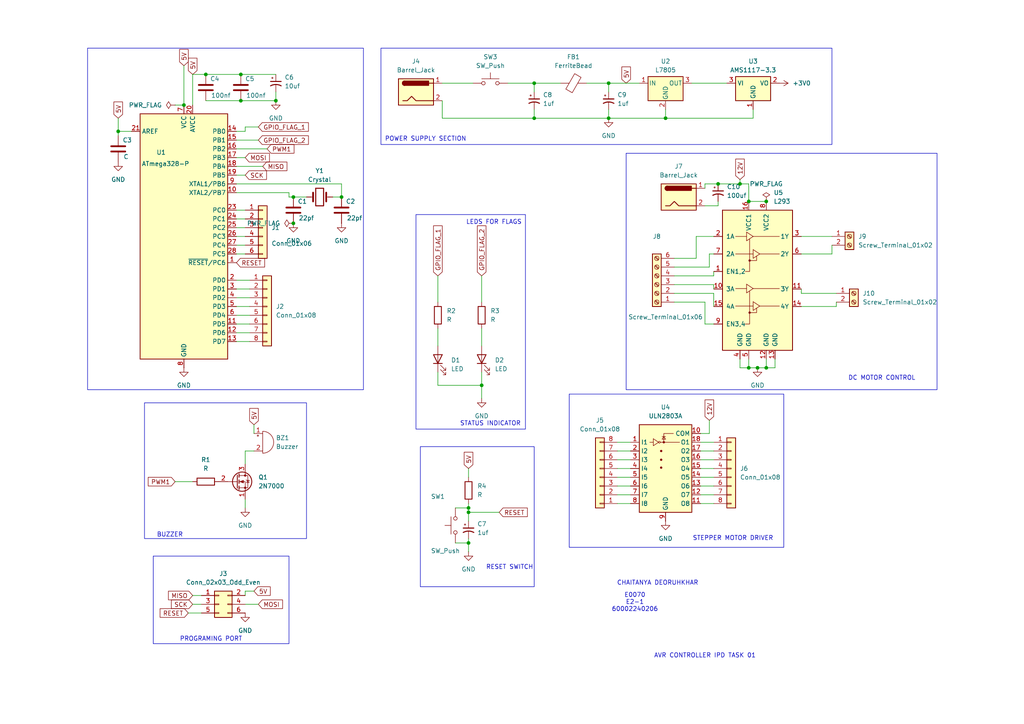
<source format=kicad_sch>
(kicad_sch (version 20250114) (generator "eeschema") (generator_version "9.0")
  (paper "A4")
  (lib_symbols
    (symbol "Connector:Barrel_Jack" (pin_names (offset 1.016))
      (property "Reference" "J" (at 0 5.334 0))
      (property "Value" "Barrel_Jack" (at 0 -5.08 0))
      (symbol "Barrel_Jack_1_1"
        (pin passive line (at 7.62 2.54 180) (length 2.54) (name "~") (number "1"))
        (pin passive line (at 7.62 -2.54 180) (length 2.54) (name "~") (number "2"))
      )
    )
    (symbol "Connector:Screw_Terminal_01x02" (pin_names (offset 1.016) (hide yes))
      (property "Reference" "J" (at 0 2.54 0))
      (property "Value" "Screw_Terminal_01x02" (at 0 -5.08 0))
      (symbol "Screw_Terminal_01x02_1_1"
        (pin passive line (at -5.08 0 0) (length 3.81) (name "Pin_1") (number "1"))
        (pin passive line (at -5.08 -2.54 0) (length 3.81) (name "Pin_2") (number "2"))
      )
    )
    (symbol "Connector:Screw_Terminal_01x06" (pin_names (offset 1.016) (hide yes))
      (property "Reference" "J" (at 0 7.62 0))
      (property "Value" "Screw_Terminal_01x06" (at 0 -10.16 0))
      (symbol "Screw_Terminal_01x06_1_1"
        (pin passive line (at -5.08 5.08 0) (length 3.81) (name "Pin_1") (number "1"))
        (pin passive line (at -5.08 2.54 0) (length 3.81) (name "Pin_2") (number "2"))
        (pin passive line (at -5.08 0 0) (length 3.81) (name "Pin_3") (number "3"))
        (pin passive line (at -5.08 -2.54 0) (length 3.81) (name "Pin_4") (number "4"))
        (pin passive line (at -5.08 -5.08 0) (length 3.81) (name "Pin_5") (number "5"))
        (pin passive line (at -5.08 -7.62 0) (length 3.81) (name "Pin_6") (number "6"))
      )
    )
    (symbol "Connector_Generic:Conn_01x06" (pin_names (offset 1.016) (hide yes))
      (property "Reference" "J" (at 0 7.62 0))
      (property "Value" "Conn_01x06" (at 0 -10.16 0))
      (symbol "Conn_01x06_1_1"
        (pin passive line (at -5.08 5.08 0) (length 3.81) (name "Pin_1") (number "1"))
        (pin passive line (at -5.08 2.54 0) (length 3.81) (name "Pin_2") (number "2"))
        (pin passive line (at -5.08 0 0) (length 3.81) (name "Pin_3") (number "3"))
        (pin passive line (at -5.08 -2.54 0) (length 3.81) (name "Pin_4") (number "4"))
        (pin passive line (at -5.08 -5.08 0) (length 3.81) (name "Pin_5") (number "5"))
        (pin passive line (at -5.08 -7.62 0) (length 3.81) (name "Pin_6") (number "6"))
      )
    )
    (symbol "Connector_Generic:Conn_01x08" (pin_names (offset 1.016) (hide yes))
      (property "Reference" "J" (at 0 10.16 0))
      (property "Value" "Conn_01x08" (at 0 -12.7 0))
      (symbol "Conn_01x08_1_1"
        (pin passive line (at -5.08 7.62 0) (length 3.81) (name "Pin_1") (number "1"))
        (pin passive line (at -5.08 5.08 0) (length 3.81) (name "Pin_2") (number "2"))
        (pin passive line (at -5.08 2.54 0) (length 3.81) (name "Pin_3") (number "3"))
        (pin passive line (at -5.08 0 0) (length 3.81) (name "Pin_4") (number "4"))
        (pin passive line (at -5.08 -2.54 0) (length 3.81) (name "Pin_5") (number "5"))
        (pin passive line (at -5.08 -5.08 0) (length 3.81) (name "Pin_6") (number "6"))
        (pin passive line (at -5.08 -7.62 0) (length 3.81) (name "Pin_7") (number "7"))
        (pin passive line (at -5.08 -10.16 0) (length 3.81) (name "Pin_8") (number "8"))
      )
    )
    (symbol "Connector_Generic:Conn_02x03_Odd_Even" (pin_names (offset 1.016) (hide yes))
      (property "Reference" "J" (at 1.27 5.08 0))
      (property "Value" "Conn_02x03_Odd_Even" (at 1.27 -5.08 0))
      (symbol "Conn_02x03_Odd_Even_1_1"
        (pin passive line (at -5.08 2.54 0) (length 3.81) (name "Pin_1") (number "1"))
        (pin passive line (at -5.08 0 0) (length 3.81) (name "Pin_3") (number "3"))
        (pin passive line (at -5.08 -2.54 0) (length 3.81) (name "Pin_5") (number "5"))
        (pin passive line (at 7.62 2.54 180) (length 3.81) (name "Pin_2") (number "2"))
        (pin passive line (at 7.62 0 180) (length 3.81) (name "Pin_4") (number "4"))
        (pin passive line (at 7.62 -2.54 180) (length 3.81) (name "Pin_6") (number "6"))
      )
    )
    (symbol "Device:Buzzer" (pin_names (offset 0.0254) (hide yes))
      (property "Reference" "BZ" (at 3.81 1.27 0))
      (property "Value" "Buzzer" (at 3.81 -1.27 0))
      (symbol "Buzzer_1_1"
        (pin passive line (at -2.54 2.54 0) (length 2.54) (name "+") (number "1"))
        (pin passive line (at -2.54 -2.54 0) (length 2.54) (name "-") (number "2"))
      )
    )
    (symbol "Device:C" (pin_numbers (hide yes)) (pin_names (offset 0.254))
      (property "Reference" "C" (at 0.635 2.54 0))
      (property "Value" "C" (at 0.635 -2.54 0))
      (symbol "C_1_1"
        (pin passive line (at 0 3.81 270) (length 2.794) (name "~") (number "1"))
        (pin passive line (at 0 -3.81 90) (length 2.794) (name "~") (number "2"))
      )
    )
    (symbol "Device:C_Polarized_Small_US" (pin_numbers (hide yes)) (pin_names (offset 0.254) (hide yes))
      (property "Reference" "C" (at 0.254 1.778 0))
      (property "Value" "C_Polarized_Small_US" (at 0.254 -2.032 0))
      (symbol "C_Polarized_Small_US_1_1"
        (pin passive line (at 0 2.54 270) (length 2.032) (name "~") (number "1"))
        (pin passive line (at 0 -2.54 90) (length 2.032) (name "~") (number "2"))
      )
    )
    (symbol "Device:Crystal" (pin_numbers (hide yes)) (pin_names (offset 1.016) (hide yes))
      (property "Reference" "Y" (at 0 3.81 0))
      (property "Value" "Crystal" (at 0 -3.81 0))
      (symbol "Crystal_1_1"
        (pin passive line (at -3.81 0 0) (length 1.27) (name "1") (number "1"))
        (pin passive line (at 3.81 0 180) (length 1.27) (name "2") (number "2"))
      )
    )
    (symbol "Device:FerriteBead" (pin_numbers (hide yes)) (pin_names (offset 0))
      (property "Reference" "FB" (at -3.81 0.635 90))
      (property "Value" "FerriteBead" (at 3.81 0 90))
      (symbol "FerriteBead_1_1"
        (pin passive line (at 0 3.81 270) (length 2.54) (name "~") (number "1"))
        (pin passive line (at 0 -3.81 90) (length 2.54) (name "~") (number "2"))
      )
    )
    (symbol "Device:LED" (pin_numbers (hide yes)) (pin_names (offset 1.016) (hide yes))
      (property "Reference" "D" (at 0 2.54 0))
      (property "Value" "LED" (at 0 -2.54 0))
      (symbol "LED_1_1"
        (pin passive line (at -3.81 0 0) (length 2.54) (name "K") (number "1"))
        (pin passive line (at 3.81 0 180) (length 2.54) (name "A") (number "2"))
      )
    )
    (symbol "Device:R" (pin_numbers (hide yes)) (pin_names (offset 0))
      (property "Reference" "R" (at 2.032 0 90))
      (property "Value" "R" (at 0 0 90))
      (symbol "R_1_1"
        (pin passive line (at 0 3.81 270) (length 1.27) (name "~") (number "1"))
        (pin passive line (at 0 -3.81 90) (length 1.27) (name "~") (number "2"))
      )
    )
    (symbol "Driver_Motor:L293" (pin_names (offset 1.016))
      (property "Reference" "U" (at -5.08 26.035 0))
      (property "Value" "L293" (at -5.08 24.13 0))
      (symbol "L293_1_1"
        (pin input line (at -12.7 15.24 0) (length 2.54) (name "1A") (number "2"))
        (pin input line (at -12.7 10.16 0) (length 2.54) (name "2A") (number "7"))
        (pin input line (at -12.7 5.08 0) (length 2.54) (name "EN1,2") (number "1"))
        (pin input line (at -12.7 0 0) (length 2.54) (name "3A") (number "10"))
        (pin input line (at -12.7 -5.08 0) (length 2.54) (name "4A") (number "15"))
        (pin input line (at -12.7 -10.16 0) (length 2.54) (name "EN3,4") (number "9"))
        (pin power_in line (at -5.08 -20.32 90) (length 2.54) (name "GND") (number "4"))
        (pin power_in line (at -2.54 25.4 270) (length 2.54) (name "VCC1") (number "16"))
        (pin power_in line (at -2.54 -20.32 90) (length 2.54) (name "GND") (number "5"))
        (pin power_in line (at 2.54 25.4 270) (length 2.54) (name "VCC2") (number "8"))
        (pin power_in line (at 2.54 -20.32 90) (length 2.54) (name "GND") (number "12"))
        (pin power_in line (at 5.08 -20.32 90) (length 2.54) (name "GND") (number "13"))
        (pin output line (at 12.7 15.24 180) (length 2.54) (name "1Y") (number "3"))
        (pin output line (at 12.7 10.16 180) (length 2.54) (name "2Y") (number "6"))
        (pin output line (at 12.7 0 180) (length 2.54) (name "3Y") (number "11"))
        (pin output line (at 12.7 -5.08 180) (length 2.54) (name "4Y") (number "14"))
      )
    )
    (symbol "MCU_Microchip_ATmega:ATmega328-P"
      (property "Reference" "U" (at -12.7 36.83 0))
      (property "Value" "ATmega328-P" (at 2.54 -36.83 0))
      (symbol "ATmega328-P_1_1"
        (pin passive line (at -15.24 30.48 0) (length 2.54) (name "AREF") (number "21"))
        (pin power_in line (at 0 38.1 270) (length 2.54) (name "VCC") (number "7"))
        (pin passive line (at 0 -38.1 90) (length 2.54) (hide yes) (name "GND") (number "22"))
        (pin power_in line (at 0 -38.1 90) (length 2.54) (name "GND") (number "8"))
        (pin power_in line (at 2.54 38.1 270) (length 2.54) (name "AVCC") (number "20"))
        (pin bidirectional line (at 15.24 30.48 180) (length 2.54) (name "PB0") (number "14"))
        (pin bidirectional line (at 15.24 27.94 180) (length 2.54) (name "PB1") (number "15"))
        (pin bidirectional line (at 15.24 25.4 180) (length 2.54) (name "PB2") (number "16"))
        (pin bidirectional line (at 15.24 22.86 180) (length 2.54) (name "PB3") (number "17"))
        (pin bidirectional line (at 15.24 20.32 180) (length 2.54) (name "PB4") (number "18"))
        (pin bidirectional line (at 15.24 17.78 180) (length 2.54) (name "PB5") (number "19"))
        (pin bidirectional line (at 15.24 15.24 180) (length 2.54) (name "XTAL1/PB6") (number "9"))
        (pin bidirectional line (at 15.24 12.7 180) (length 2.54) (name "XTAL2/PB7") (number "10"))
        (pin bidirectional line (at 15.24 7.62 180) (length 2.54) (name "PC0") (number "23"))
        (pin bidirectional line (at 15.24 5.08 180) (length 2.54) (name "PC1") (number "24"))
        (pin bidirectional line (at 15.24 2.54 180) (length 2.54) (name "PC2") (number "25"))
        (pin bidirectional line (at 15.24 0 180) (length 2.54) (name "PC3") (number "26"))
        (pin bidirectional line (at 15.24 -2.54 180) (length 2.54) (name "PC4") (number "27"))
        (pin bidirectional line (at 15.24 -5.08 180) (length 2.54) (name "PC5") (number "28"))
        (pin bidirectional line (at 15.24 -7.62 180) (length 2.54) (name "~{RESET}/PC6") (number "1"))
        (pin bidirectional line (at 15.24 -12.7 180) (length 2.54) (name "PD0") (number "2"))
        (pin bidirectional line (at 15.24 -15.24 180) (length 2.54) (name "PD1") (number "3"))
        (pin bidirectional line (at 15.24 -17.78 180) (length 2.54) (name "PD2") (number "4"))
        (pin bidirectional line (at 15.24 -20.32 180) (length 2.54) (name "PD3") (number "5"))
        (pin bidirectional line (at 15.24 -22.86 180) (length 2.54) (name "PD4") (number "6"))
        (pin bidirectional line (at 15.24 -25.4 180) (length 2.54) (name "PD5") (number "11"))
        (pin bidirectional line (at 15.24 -27.94 180) (length 2.54) (name "PD6") (number "12"))
        (pin bidirectional line (at 15.24 -30.48 180) (length 2.54) (name "PD7") (number "13"))
      )
    )
    (symbol "Regulator_Linear:AMS1117-3.3"
      (property "Reference" "U" (at -3.81 3.175 0))
      (property "Value" "AMS1117-3.3" (at 0 3.175 0))
      (symbol "AMS1117-3.3_1_1"
        (pin power_in line (at -7.62 0 0) (length 2.54) (name "VI") (number "3"))
        (pin power_in line (at 0 -7.62 90) (length 2.54) (name "GND") (number "1"))
        (pin power_out line (at 7.62 0 180) (length 2.54) (name "VO") (number "2"))
      )
    )
    (symbol "Regulator_Linear:L7805" (pin_names (offset 0.254))
      (property "Reference" "U" (at -3.81 3.175 0))
      (property "Value" "L7805" (at 0 3.175 0))
      (symbol "L7805_1_1"
        (pin power_in line (at -7.62 0 0) (length 2.54) (name "IN") (number "1"))
        (pin power_in line (at 0 -7.62 90) (length 2.54) (name "GND") (number "2"))
        (pin power_out line (at 7.62 0 180) (length 2.54) (name "OUT") (number "3"))
      )
    )
    (symbol "Switch:SW_Push" (pin_numbers (hide yes)) (pin_names (offset 1.016) (hide yes))
      (property "Reference" "SW" (at 1.27 2.54 0))
      (property "Value" "SW_Push" (at 0 -1.524 0))
      (symbol "SW_Push_0_1"
        (pin passive line (at -5.08 0 0) (length 2.54) (name "1") (number "1"))
        (pin passive line (at 5.08 0 180) (length 2.54) (name "2") (number "2"))
      )
    )
    (symbol "Transistor_Array:ULN2803A"
      (property "Reference" "U" (at 0 13.335 0))
      (property "Value" "ULN2803A" (at 0 11.43 0))
      (symbol "ULN2803A_1_1"
        (pin input line (at -10.16 5.08 0) (length 2.54) (name "I1") (number "1"))
        (pin input line (at -10.16 2.54 0) (length 2.54) (name "I2") (number "2"))
        (pin input line (at -10.16 0 0) (length 2.54) (name "I3") (number "3"))
        (pin input line (at -10.16 -2.54 0) (length 2.54) (name "I4") (number "4"))
        (pin input line (at -10.16 -5.08 0) (length 2.54) (name "I5") (number "5"))
        (pin input line (at -10.16 -7.62 0) (length 2.54) (name "I6") (number "6"))
        (pin input line (at -10.16 -10.16 0) (length 2.54) (name "I7") (number "7"))
        (pin input line (at -10.16 -12.7 0) (length 2.54) (name "I8") (number "8"))
        (pin power_in line (at 0 -17.78 90) (length 2.54) (name "GND") (number "9"))
        (pin passive line (at 10.16 7.62 180) (length 2.54) (name "COM") (number "10"))
        (pin open_collector line (at 10.16 5.08 180) (length 2.54) (name "O1") (number "18"))
        (pin open_collector line (at 10.16 2.54 180) (length 2.54) (name "O2") (number "17"))
        (pin open_collector line (at 10.16 0 180) (length 2.54) (name "O3") (number "16"))
        (pin open_collector line (at 10.16 -2.54 180) (length 2.54) (name "O4") (number "15"))
        (pin open_collector line (at 10.16 -5.08 180) (length 2.54) (name "O5") (number "14"))
        (pin open_collector line (at 10.16 -7.62 180) (length 2.54) (name "O6") (number "13"))
        (pin open_collector line (at 10.16 -10.16 180) (length 2.54) (name "O7") (number "12"))
        (pin open_collector line (at 10.16 -12.7 180) (length 2.54) (name "O8") (number "11"))
      )
    )
    (symbol "Transistor_FET:2N7000" (pin_names (hide yes))
      (property "Reference" "Q" (at 5.08 1.905 0))
      (property "Value" "2N7000" (at 5.08 0 0))
      (symbol "2N7000_1_1"
        (pin input line (at -5.08 0 0) (length 2.54) (name "G") (number "2"))
        (pin passive line (at 2.54 5.08 270) (length 2.54) (name "D") (number "3"))
        (pin passive line (at 2.54 -5.08 90) (length 2.54) (name "S") (number "1"))
      )
    )
    (symbol "power:+3V0" (power) (pin_numbers (hide yes)) (pin_names (offset 0) (hide yes))
      (property "Value" "+3V0" (at 0 3.556 0))
      (symbol "+3V0_1_1"
        (pin power_in line (at 0 0 90) (length 0) (name "~") (number "1"))
      )
    )
    (symbol "power:GND" (power) (pin_numbers (hide yes)) (pin_names (offset 0) (hide yes))
      (property "Value" "GND" (at 0 -3.81 0))
      (symbol "GND_1_1"
        (pin power_in line (at 0 0 270) (length 0) (name "~") (number "1"))
      )
    )
    (symbol "power:PWR_FLAG" (power) (pin_numbers (hide yes)) (pin_names (offset 0) (hide yes))
      (property "Value" "PWR_FLAG" (at 0 3.81 0))
      (symbol "PWR_FLAG_0_0"
        (pin power_out line (at 0 0 90) (length 0) (name "~") (number "1"))
      )
    )
  )
  (rectangle (start 121.92 129.54) (end 154.94 170.18))
  (rectangle (start 41.91 116.84) (end 88.9 156.21))
  (rectangle (start 165.1 114.3) (end 227.33 158.75))
  (rectangle (start 120.65 62.23) (end 152.4 124.46))
  (rectangle (start 25.4 13.97) (end 105.41 113.03))
  (rectangle (start 110.49 13.97) (end 241.3 41.91))
  (rectangle (start 44.45 161.29) (end 83.82 186.69))
  (rectangle (start 181.61 44.45) (end 271.78 113.03))
  (text "PROGRAMING PORT\n" (at 61.214 185.42 0) (effects (font (size 1.27 1.27))))
  (text "DC MOTOR CONTROL\n" (at 255.778 109.728 0) (effects (font (size 1.27 1.27))))
  (text "BUZZER\n" (at 49.276 155.194 0) (effects (font (size 1.27 1.27))))
  (text "AVR CONTROLLER IPD TASK 01\n" (at 204.47 190.246 0) (effects (font (size 1.27 1.27))))
  (text "RESET SWITCH\n" (at 147.828 164.592 0) (effects (font (size 1.27 1.27))))
  (text "STEPPER MOTOR DRIVER\n" (at 212.598 156.21 0) (effects (font (size 1.27 1.27))))
  (text "STATUS INDICATOR\n" (at 142.24 122.936 0) (effects (font (size 1.27 1.27))))
  (text "POWER SUPPLY SECTION\n" (at 123.444 40.386 0) (effects (font (size 1.27 1.27))))
  (text "LEDS FOR FLAGS\n" (at 143.256 64.516 0) (effects (font (size 1.27 1.27))))
  (text "CHAITANYA DEORUHKHAR\n" (at 190.754 169.164 0) (effects (font (size 1.27 1.27))))
  (text "E0070\nE2-1\n60002240206\n" (at 184.15 174.752 0) (effects (font (size 1.27 1.27))))
  (junction (at 34.29 38.1))
  (junction (at 53.34 30.48))
  (junction (at 99.06 57.15))
  (junction (at 80.01 29.21))
  (junction (at 176.53 24.13))
  (junction (at 222.25 106.68))
  (junction (at 135.89 147.32))
  (junction (at 193.04 34.29))
  (junction (at 69.85 21.59))
  (junction (at 59.69 21.59))
  (junction (at 85.09 64.77))
  (junction (at 217.17 58.42))
  (junction (at 222.25 58.42))
  (junction (at 214.63 53.34))
  (junction (at 154.94 34.29))
  (junction (at 217.17 106.68))
  (junction (at 139.7 111.76))
  (junction (at 69.85 29.21))
  (junction (at 176.53 34.29))
  (junction (at 135.89 157.48))
  (junction (at 135.89 148.59))
  (junction (at 219.71 106.68))
  (junction (at 85.09 57.15))
  (junction (at 154.94 24.13))
  (junction (at 208.28 53.34))
  (wire (pts (xy 135.89 148.59) (xy 135.89 151.13)))
  (wire (pts (xy 71.12 50.8) (xy 68.58 50.8)))
  (wire (pts (xy 154.94 31.75) (xy 154.94 34.29)))
  (wire (pts (xy 207.01 138.43) (xy 203.2 138.43)))
  (wire (pts (xy 201.93 74.93) (xy 195.58 74.93)))
  (wire (pts (xy 69.85 21.59) (xy 80.01 21.59)))
  (wire (pts (xy 154.94 24.13) (xy 154.94 26.67)))
  (wire (pts (xy 83.82 55.88) (xy 68.58 55.88)))
  (wire (pts (xy 132.08 147.32) (xy 135.89 147.32)))
  (wire (pts (xy 218.44 34.29) (xy 218.44 31.75)))
  (wire (pts (xy 128.27 34.29) (xy 154.94 34.29)))
  (wire (pts (xy 179.07 135.89) (xy 182.88 135.89)))
  (wire (pts (xy 207.01 143.51) (xy 203.2 143.51)))
  (wire (pts (xy 72.39 86.36) (xy 68.58 86.36)))
  (wire (pts (xy 50.8 30.48) (xy 53.34 30.48)))
  (wire (pts (xy 54.61 177.8) (xy 58.42 177.8)))
  (wire (pts (xy 195.58 85.09) (xy 207.01 85.09)))
  (wire (pts (xy 135.89 156.21) (xy 135.89 157.48)))
  (wire (pts (xy 193.04 31.75) (xy 193.04 34.29)))
  (wire (pts (xy 139.7 107.95) (xy 139.7 111.76)))
  (wire (pts (xy 71.12 130.81) (xy 71.12 134.62)))
  (wire (pts (xy 55.88 21.59) (xy 59.69 21.59)))
  (wire (pts (xy 207.01 128.27) (xy 203.2 128.27)))
  (wire (pts (xy 232.41 85.09) (xy 232.41 83.82)))
  (wire (pts (xy 135.89 146.05) (xy 135.89 147.32)))
  (wire (pts (xy 241.3 73.66) (xy 241.3 71.12)))
  (wire (pts (xy 38.1 38.1) (xy 34.29 38.1)))
  (wire (pts (xy 74.93 36.83) (xy 71.12 36.83)))
  (wire (pts (xy 135.89 147.32) (xy 135.89 148.59)))
  (wire (pts (xy 73.66 171.45) (xy 71.12 171.45)))
  (wire (pts (xy 232.41 88.9) (xy 242.57 88.9)))
  (wire (pts (xy 55.88 172.72) (xy 58.42 172.72)))
  (wire (pts (xy 74.93 40.64) (xy 68.58 40.64)))
  (wire (pts (xy 53.34 19.05) (xy 53.34 30.48)))
  (wire (pts (xy 179.07 143.51) (xy 182.88 143.51)))
  (wire (pts (xy 34.29 34.29) (xy 34.29 38.1)))
  (wire (pts (xy 207.01 135.89) (xy 203.2 135.89)))
  (wire (pts (xy 99.06 53.34) (xy 68.58 53.34)))
  (wire (pts (xy 72.39 88.9) (xy 68.58 88.9)))
  (wire (pts (xy 96.52 57.15) (xy 99.06 57.15)))
  (wire (pts (xy 72.39 83.82) (xy 68.58 83.82)))
  (wire (pts (xy 71.12 68.58) (xy 68.58 68.58)))
  (wire (pts (xy 127 107.95) (xy 127 111.76)))
  (wire (pts (xy 135.89 135.89) (xy 135.89 138.43)))
  (wire (pts (xy 176.53 31.75) (xy 176.53 34.29)))
  (wire (pts (xy 127 95.25) (xy 127 100.33)))
  (wire (pts (xy 72.39 91.44) (xy 68.58 91.44)))
  (wire (pts (xy 207.01 133.35) (xy 203.2 133.35)))
  (wire (pts (xy 80.01 26.67) (xy 80.01 29.21)))
  (wire (pts (xy 128.27 24.13) (xy 137.16 24.13)))
  (wire (pts (xy 200.66 24.13) (xy 210.82 24.13)))
  (wire (pts (xy 217.17 104.14) (xy 217.17 106.68)))
  (wire (pts (xy 179.07 138.43) (xy 182.88 138.43)))
  (wire (pts (xy 68.58 48.26) (xy 76.2 48.26)))
  (wire (pts (xy 132.08 157.48) (xy 135.89 157.48)))
  (wire (pts (xy 217.17 106.68) (xy 219.71 106.68)))
  (wire (pts (xy 71.12 66.04) (xy 68.58 66.04)))
  (wire (pts (xy 176.53 34.29) (xy 193.04 34.29)))
  (wire (pts (xy 205.74 125.73) (xy 205.74 121.92)))
  (wire (pts (xy 73.66 123.19) (xy 73.66 125.73)))
  (wire (pts (xy 208.28 58.42) (xy 208.28 59.69)))
  (wire (pts (xy 176.53 24.13) (xy 185.42 24.13)))
  (wire (pts (xy 193.04 34.29) (xy 218.44 34.29)))
  (wire (pts (xy 217.17 58.42) (xy 222.25 58.42)))
  (wire (pts (xy 204.47 53.34) (xy 208.28 53.34)))
  (wire (pts (xy 71.12 130.81) (xy 73.66 130.81)))
  (wire (pts (xy 55.88 175.26) (xy 58.42 175.26)))
  (wire (pts (xy 195.58 77.47) (xy 205.74 77.47)))
  (wire (pts (xy 154.94 24.13) (xy 162.56 24.13)))
  (wire (pts (xy 83.82 57.15) (xy 85.09 57.15)))
  (wire (pts (xy 71.12 36.83) (xy 71.12 38.1)))
  (wire (pts (xy 59.69 29.21) (xy 69.85 29.21)))
  (wire (pts (xy 69.85 29.21) (xy 80.01 29.21)))
  (wire (pts (xy 71.12 171.45) (xy 71.12 172.72)))
  (wire (pts (xy 71.12 73.66) (xy 68.58 73.66)))
  (wire (pts (xy 242.57 85.09) (xy 232.41 85.09)))
  (wire (pts (xy 204.47 54.61) (xy 204.47 53.34)))
  (wire (pts (xy 207.01 68.58) (xy 201.93 68.58)))
  (wire (pts (xy 219.71 106.68) (xy 222.25 106.68)))
  (wire (pts (xy 154.94 34.29) (xy 176.53 34.29)))
  (wire (pts (xy 207.01 130.81) (xy 203.2 130.81)))
  (wire (pts (xy 139.7 95.25) (xy 139.7 100.33)))
  (wire (pts (xy 205.74 77.47) (xy 205.74 73.66)))
  (wire (pts (xy 204.47 93.98) (xy 207.01 93.98)))
  (wire (pts (xy 72.39 81.28) (xy 68.58 81.28)))
  (wire (pts (xy 71.12 45.72) (xy 68.58 45.72)))
  (wire (pts (xy 208.28 53.34) (xy 214.63 53.34)))
  (wire (pts (xy 77.47 43.18) (xy 68.58 43.18)))
  (wire (pts (xy 72.39 93.98) (xy 68.58 93.98)))
  (wire (pts (xy 207.01 82.55) (xy 207.01 83.82)))
  (wire (pts (xy 179.07 146.05) (xy 182.88 146.05)))
  (wire (pts (xy 195.58 80.01) (xy 207.01 80.01)))
  (wire (pts (xy 72.39 96.52) (xy 68.58 96.52)))
  (wire (pts (xy 71.12 38.1) (xy 68.58 38.1)))
  (wire (pts (xy 55.88 21.59) (xy 55.88 30.48)))
  (wire (pts (xy 147.32 24.13) (xy 154.94 24.13)))
  (wire (pts (xy 50.8 139.7) (xy 55.88 139.7)))
  (wire (pts (xy 203.2 125.73) (xy 205.74 125.73)))
  (wire (pts (xy 179.07 133.35) (xy 182.88 133.35)))
  (wire (pts (xy 195.58 87.63) (xy 204.47 87.63)))
  (wire (pts (xy 214.63 52.07) (xy 214.63 53.34)))
  (wire (pts (xy 224.79 104.14) (xy 224.79 106.68)))
  (wire (pts (xy 207.01 140.97) (xy 203.2 140.97)))
  (wire (pts (xy 71.12 60.96) (xy 68.58 60.96)))
  (wire (pts (xy 232.41 73.66) (xy 241.3 73.66)))
  (wire (pts (xy 34.29 38.1) (xy 34.29 39.37)))
  (wire (pts (xy 85.09 57.15) (xy 88.9 57.15)))
  (wire (pts (xy 207.01 85.09) (xy 207.01 88.9)))
  (wire (pts (xy 222.25 104.14) (xy 222.25 106.68)))
  (wire (pts (xy 170.18 24.13) (xy 176.53 24.13)))
  (wire (pts (xy 71.12 147.32) (xy 71.12 144.78)))
  (wire (pts (xy 204.47 87.63) (xy 204.47 93.98)))
  (wire (pts (xy 127 80.01) (xy 127 87.63)))
  (wire (pts (xy 232.41 68.58) (xy 241.3 68.58)))
  (wire (pts (xy 179.07 140.97) (xy 182.88 140.97)))
  (wire (pts (xy 99.06 57.15) (xy 99.06 53.34)))
  (wire (pts (xy 201.93 68.58) (xy 201.93 74.93)))
  (wire (pts (xy 179.07 130.81) (xy 182.88 130.81)))
  (wire (pts (xy 205.74 73.66) (xy 207.01 73.66)))
  (wire (pts (xy 207.01 146.05) (xy 203.2 146.05)))
  (wire (pts (xy 207.01 80.01) (xy 207.01 78.74)))
  (wire (pts (xy 139.7 80.01) (xy 139.7 87.63)))
  (wire (pts (xy 214.63 104.14) (xy 214.63 106.68)))
  (wire (pts (xy 176.53 24.13) (xy 176.53 26.67)))
  (wire (pts (xy 127 111.76) (xy 139.7 111.76)))
  (wire (pts (xy 139.7 111.76) (xy 139.7 115.57)))
  (wire (pts (xy 72.39 99.06) (xy 68.58 99.06)))
  (wire (pts (xy 242.57 88.9) (xy 242.57 87.63)))
  (wire (pts (xy 204.47 59.69) (xy 208.28 59.69)))
  (wire (pts (xy 224.79 106.68) (xy 222.25 106.68)))
  (wire (pts (xy 74.93 175.26) (xy 71.12 175.26)))
  (wire (pts (xy 71.12 71.12) (xy 68.58 71.12)))
  (wire (pts (xy 135.89 148.59) (xy 144.78 148.59)))
  (wire (pts (xy 179.07 128.27) (xy 182.88 128.27)))
  (wire (pts (xy 83.82 57.15) (xy 83.82 55.88)))
  (wire (pts (xy 59.69 21.59) (xy 69.85 21.59)))
  (wire (pts (xy 71.12 63.5) (xy 68.58 63.5)))
  (wire (pts (xy 128.27 29.21) (xy 128.27 34.29)))
  (wire (pts (xy 135.89 157.48) (xy 135.89 160.02)))
  (wire (pts (xy 217.17 53.34) (xy 217.17 58.42)))
  (wire (pts (xy 214.63 106.68) (xy 217.17 106.68)))
  (wire (pts (xy 195.58 82.55) (xy 207.01 82.55)))
  (wire (pts (xy 214.63 53.34) (xy 217.17 53.34)))
  (global_label "PWM1" (shape input) (at 50.8 139.7 180) (property "Intersheetrefs" "${INTERSHEET_REFS}" (effects (hide yes))))
  (global_label "MOSI" (shape input) (at 71.12 45.72 0) (property "Intersheetrefs" "${INTERSHEET_REFS}" (effects (hide yes))))
  (global_label "MISO" (shape input) (at 76.2 48.26 0) (property "Intersheetrefs" "${INTERSHEET_REFS}" (effects (hide yes))))
  (global_label "PWM1" (shape input) (at 77.47 43.18 0) (property "Intersheetrefs" "${INTERSHEET_REFS}" (effects (hide yes))))
  (global_label "GPIO_FLAG_1" (shape input) (at 74.93 36.83 0) (property "Intersheetrefs" "${INTERSHEET_REFS}" (effects (hide yes))))
  (global_label "RESET" (shape input) (at 144.78 148.59 0) (property "Intersheetrefs" "${INTERSHEET_REFS}" (effects (hide yes))))
  (global_label "5V" (shape input) (at 34.29 34.29 90) (property "Intersheetrefs" "${INTERSHEET_REFS}" (effects (hide yes))))
  (global_label "SCK" (shape input) (at 55.88 175.26 180) (property "Intersheetrefs" "${INTERSHEET_REFS}" (effects (hide yes))))
  (global_label "GPIO_FLAG_2" (shape input) (at 139.7 80.01 90) (property "Intersheetrefs" "${INTERSHEET_REFS}" (effects (hide yes))))
  (global_label "MOSI" (shape input) (at 74.93 175.26 0) (property "Intersheetrefs" "${INTERSHEET_REFS}" (effects (hide yes))))
  (global_label "RESET" (shape input) (at 54.61 177.8 180) (property "Intersheetrefs" "${INTERSHEET_REFS}" (effects (hide yes))))
  (global_label "RESET" (shape input) (at 68.58 76.2 0) (property "Intersheetrefs" "${INTERSHEET_REFS}" (effects (hide yes))))
  (global_label "GPIO_FLAG_2" (shape input) (at 74.93 40.64 0) (property "Intersheetrefs" "${INTERSHEET_REFS}" (effects (hide yes))))
  (global_label "5V" (shape input) (at 181.61 24.13 90) (property "Intersheetrefs" "${INTERSHEET_REFS}" (effects (hide yes))))
  (global_label "5V" (shape input) (at 53.34 19.05 90) (property "Intersheetrefs" "${INTERSHEET_REFS}" (effects (hide yes))))
  (global_label "5V" (shape input) (at 73.66 123.19 90) (property "Intersheetrefs" "${INTERSHEET_REFS}" (effects (hide yes))))
  (global_label "5V" (shape input) (at 73.66 171.45 0) (property "Intersheetrefs" "${INTERSHEET_REFS}" (effects (hide yes))))
  (global_label "MISO" (shape input) (at 55.88 172.72 180) (property "Intersheetrefs" "${INTERSHEET_REFS}" (effects (hide yes))))
  (global_label "SCK" (shape input) (at 71.12 50.8 0) (property "Intersheetrefs" "${INTERSHEET_REFS}" (effects (hide yes))))
  (global_label "12V" (shape input) (at 214.63 52.07 90) (property "Intersheetrefs" "${INTERSHEET_REFS}" (effects (hide yes))))
  (global_label "12V" (shape input) (at 205.74 121.92 90) (property "Intersheetrefs" "${INTERSHEET_REFS}" (effects (hide yes))))
  (global_label "5V" (shape input) (at 55.88 21.59 90) (property "Intersheetrefs" "${INTERSHEET_REFS}" (effects (hide yes))))
  (global_label "5V" (shape input) (at 135.89 135.89 90) (property "Intersheetrefs" "${INTERSHEET_REFS}" (effects (hide yes))))
  (global_label "GPIO_FLAG_1" (shape input) (at 127 80.01 90) (property "Intersheetrefs" "${INTERSHEET_REFS}" (effects (hide yes))))
  (symbol (lib_id "Device:C") (at 34.29 43.18 0) (unit 1)
    (property "Reference" "C3" (at 35.56 40.64 0) (effects (justify left)))
    (property "Value" "C" (at 35.814 45.466 0) (effects (justify left)))
    (property "Footprint" "Capacitor_THT:C_Disc_D5.0mm_W2.5mm_P5.00mm" (effects (hide yes)))
    (property "Description" "Unpolarized capacitor" (effects (hide yes)))
  )
  (symbol (lib_id "Device:C_Polarized_Small_US") (at 80.01 24.13 0) (unit 1)
    (property "Reference" "C6" (at 82.55 22.4281 0) (effects (justify left)))
    (property "Value" "10uf" (at 82.55 24.9681 0) (effects (justify left)))
    (property "Footprint" "Capacitor_THT:CP_Radial_D5.0mm_P2.50mm" (effects (hide yes)))
    (property "Description" "Polarized capacitor, small US symbol" (effects (hide yes)))
  )
  (symbol (lib_id "power:GND") (at 71.12 177.8 0) (unit 1)
    (property "Reference" "#PWR05" (effects (hide yes)))
    (property "Value" "GND" (at 71.12 182.88 0))
    (property "Description" "Power symbol creates a global label with name \"GND\" , ground" (effects (hide yes)))
  )
  (symbol (lib_id "power:GND") (at 34.29 46.99 0) (unit 1)
    (property "Reference" "#PWR04" (effects (hide yes)))
    (property "Value" "GND" (at 34.29 52.07 0))
    (property "Description" "Power symbol creates a global label with name \"GND\" , ground" (effects (hide yes)))
  )
  (symbol (lib_id "power:PWR_FLAG") (at 50.8 30.48 90) (unit 1)
    (property "Reference" "#FLG01" (effects (hide yes)))
    (property "Value" "PWR_FLAG" (at 46.99 30.4799 90) (effects (justify left)))
    (property "Description" "Special symbol for telling ERC where power comes from" (effects (hide yes)))
  )
  (symbol (lib_id "Connector_Generic:Conn_01x08") (at 77.47 88.9 0) (unit 1)
    (property "Reference" "J2" (at 80.01 88.8999 0) (effects (justify left)))
    (property "Value" "Conn_01x08" (at 80.01 91.4399 0) (effects (justify left)))
    (property "Footprint" "Connector_PinHeader_2.54mm:PinHeader_1x08_P2.54mm_Vertical" (effects (hide yes)))
    (property "Description" "Generic connector, single row, 01x08, script generated (kicad-library-utils/schlib/autogen/connector/)" (effects (hide yes)))
  )
  (symbol (lib_id "power:GND") (at 99.06 64.77 0) (unit 1)
    (property "Reference" "#PWR013" (effects (hide yes)))
    (property "Value" "GND" (at 99.06 69.85 0))
    (property "Description" "Power symbol creates a global label with name \"GND\" , ground" (effects (hide yes)))
  )
  (symbol (lib_id "Transistor_FET:2N7000") (at 68.58 139.7 0) (unit 1)
    (property "Reference" "Q1" (at 74.93 138.4299 0) (effects (justify left)))
    (property "Value" "2N7000" (at 74.93 140.9699 0) (effects (justify left)))
    (property "Footprint" "Package_TO_SOT_THT:TO-92_Inline" (effects (hide yes)))
    (property "Datasheet" "https://www.vishay.com/docs/70226/70226.pdf" (effects (hide yes)))
    (property "Description" "0.2A Id, 200V Vds, N-Channel MOSFET, 2.6V Logic Level, TO-92" (effects (hide yes)))
  )
  (symbol (lib_id "power:GND") (at 53.34 106.68 0) (unit 1)
    (property "Reference" "#PWR02" (effects (hide yes)))
    (property "Value" "GND" (at 53.34 111.76 0))
    (property "Description" "Power symbol creates a global label with name \"GND\" , ground" (effects (hide yes)))
  )
  (symbol (lib_id "power:GND") (at 80.01 29.21 0) (unit 1)
    (property "Reference" "#PWR03" (effects (hide yes)))
    (property "Value" "GND" (at 80.01 34.29 0))
    (property "Description" "Power symbol creates a global label with name \"GND\" , ground" (effects (hide yes)))
  )
  (symbol (lib_id "Device:Buzzer") (at 76.2 128.27 0) (unit 1)
    (property "Reference" "BZ1" (at 80.01 126.9999 0) (effects (justify left)))
    (property "Value" "Buzzer" (at 80.01 129.5399 0) (effects (justify left)))
    (property "Footprint" "Connector_PinHeader_2.54mm:PinHeader_1x02_P2.54mm_Vertical" (effects (hide yes)))
    (property "Description" "Buzzer, polarized" (effects (hide yes)))
  )
  (symbol (lib_id "power:GND") (at 193.04 151.13 0) (unit 1)
    (property "Reference" "#PWR010" (effects (hide yes)))
    (property "Value" "GND" (at 193.04 156.21 0))
    (property "Description" "Power symbol creates a global label with name \"GND\" , ground" (effects (hide yes)))
  )
  (symbol (lib_id "power:GND") (at 85.09 64.77 0) (unit 1)
    (property "Reference" "#PWR01" (effects (hide yes)))
    (property "Value" "GND" (at 85.09 69.85 0))
    (property "Description" "Power symbol creates a global label with name \"GND\" , ground" (effects (hide yes)))
  )
  (symbol (lib_id "power:GND") (at 71.12 147.32 0) (unit 1)
    (property "Reference" "#PWR06" (effects (hide yes)))
    (property "Value" "GND" (at 71.12 152.4 0))
    (property "Description" "Power symbol creates a global label with name \"GND\" , ground" (effects (hide yes)))
  )
  (symbol (lib_id "Transistor_Array:ULN2803A") (at 193.04 133.35 0) (unit 1)
    (property "Reference" "U4" (at 193.04 118.11 0))
    (property "Value" "ULN2803A" (at 193.04 120.65 0))
    (property "Footprint" "Package_DIP:DIP-18_W7.62mm" (effects (hide yes)))
    (property "Datasheet" "http://www.ti.com/lit/ds/symlink/uln2803a.pdf" (effects (hide yes)))
    (property "Description" "Darlington Transistor Arrays, SOIC18/DIP18" (effects (hide yes)))
  )
  (symbol (lib_id "Device:R") (at 139.7 91.44 0) (unit 1)
    (property "Reference" "R3" (at 142.24 90.1699 0) (effects (justify left)))
    (property "Value" "R" (at 142.24 92.7099 0) (effects (justify left)))
    (property "Footprint" "Resistor_THT:R_Axial_DIN0207_L6.3mm_D2.5mm_P15.24mm_Horizontal" (effects (hide yes)))
    (property "Description" "Resistor" (effects (hide yes)))
  )
  (symbol (lib_id "Connector:Screw_Terminal_01x02") (at 247.65 85.09 0) (unit 1)
    (property "Reference" "J10" (at 250.19 85.0899 0) (effects (justify left)))
    (property "Value" "Screw_Terminal_01x02" (at 250.19 87.6299 0) (effects (justify left)))
    (property "Footprint" "Connector_PinHeader_2.54mm:PinHeader_1x02_P2.54mm_Vertical" (effects (hide yes)))
    (property "Description" "Generic screw terminal, single row, 01x02, script generated (kicad-library-utils/schlib/autogen/connector/)" (effects (hide yes)))
  )
  (symbol (lib_id "Connector:Screw_Terminal_01x06") (at 190.5 82.55 180) (unit 1)
    (property "Reference" "J8" (at 190.5 68.58 0))
    (property "Value" "Screw_Terminal_01x06" (at 193.04 91.948 0))
    (property "Footprint" "Connector_PinHeader_2.54mm:PinHeader_1x06_P2.54mm_Vertical" (effects (hide yes)))
    (property "Description" "Generic screw terminal, single row, 01x06, script generated (kicad-library-utils/schlib/autogen/connector/)" (effects (hide yes)))
  )
  (symbol (lib_id "Device:R") (at 135.89 142.24 0) (unit 1)
    (property "Reference" "R4" (at 138.43 140.9699 0) (effects (justify left)))
    (property "Value" "R" (at 138.43 143.5099 0) (effects (justify left)))
    (property "Footprint" "Resistor_THT:R_Axial_DIN0207_L6.3mm_D2.5mm_P15.24mm_Horizontal" (effects (hide yes)))
    (property "Description" "Resistor" (effects (hide yes)))
  )
  (symbol (lib_id "Device:FerriteBead") (at 166.37 24.13 90) (unit 1)
    (property "Reference" "FB1" (at 166.3192 16.51 90))
    (property "Value" "FerriteBead" (at 166.3192 19.05 90))
    (property "Footprint" "Resistor_THT:R_Axial_DIN0207_L6.3mm_D2.5mm_P7.62mm_Horizontal" (effects (hide yes)))
    (property "Description" "Ferrite bead" (effects (hide yes)))
  )
  (symbol (lib_id "Device:C") (at 85.09 60.96 0) (unit 1)
    (property "Reference" "C1" (at 86.36 58.42 0) (effects (justify left)))
    (property "Value" "22pf" (at 86.614 63.246 0) (effects (justify left)))
    (property "Footprint" "Capacitor_THT:C_Disc_D5.0mm_W2.5mm_P5.00mm" (effects (hide yes)))
    (property "Description" "Unpolarized capacitor" (effects (hide yes)))
  )
  (symbol (lib_id "Device:R") (at 127 91.44 0) (unit 1)
    (property "Reference" "R2" (at 129.54 90.1699 0) (effects (justify left)))
    (property "Value" "R" (at 129.54 92.7099 0) (effects (justify left)))
    (property "Footprint" "Resistor_THT:R_Axial_DIN0207_L6.3mm_D2.5mm_P15.24mm_Horizontal" (effects (hide yes)))
    (property "Description" "Resistor" (effects (hide yes)))
  )
  (symbol (lib_id "Device:Crystal") (at 92.71 57.15 0) (unit 1)
    (property "Reference" "Y1" (at 92.71 49.53 0))
    (property "Value" "Crystal" (at 92.71 52.07 0))
    (property "Footprint" "Crystal:Crystal_HC49-U_Vertical" (effects (hide yes)))
    (property "Description" "Two pin crystal" (effects (hide yes)))
  )
  (symbol (lib_id "Connector:Screw_Terminal_01x02") (at 246.38 68.58 0) (unit 1)
    (property "Reference" "J9" (at 248.92 68.5799 0) (effects (justify left)))
    (property "Value" "Screw_Terminal_01x02" (at 248.92 71.1199 0) (effects (justify left)))
    (property "Footprint" "Connector_PinHeader_2.54mm:PinHeader_1x02_P2.54mm_Vertical" (effects (hide yes)))
    (property "Description" "Generic screw terminal, single row, 01x02, script generated (kicad-library-utils/schlib/autogen/connector/)" (effects (hide yes)))
  )
  (symbol (lib_id "power:GND") (at 139.7 115.57 0) (unit 1)
    (property "Reference" "#PWR07" (effects (hide yes)))
    (property "Value" "GND" (at 139.7 120.65 0))
    (property "Description" "Power symbol creates a global label with name \"GND\" , ground" (effects (hide yes)))
  )
  (symbol (lib_id "Device:LED") (at 127 104.14 90) (unit 1)
    (property "Reference" "D1" (at 130.81 104.4574 90) (effects (justify right)))
    (property "Value" "LED" (at 130.81 106.9974 90) (effects (justify right)))
    (property "Footprint" "LED_THT:LED_D5.0mm" (effects (hide yes)))
    (property "Description" "Light emitting diode" (effects (hide yes)))
    (property "Sim.Pins" "1=K 2=A" (effects (hide yes)))
  )
  (symbol (lib_id "Device:C_Polarized_Small_US") (at 176.53 29.21 0) (unit 1)
    (property "Reference" "C9" (at 179.07 27.5081 0) (effects (justify left)))
    (property "Value" "1uf" (at 179.07 30.0481 0) (effects (justify left)))
    (property "Footprint" "Capacitor_THT:C_Disc_D5.0mm_W2.5mm_P5.00mm" (effects (hide yes)))
    (property "Description" "Polarized capacitor, small US symbol" (effects (hide yes)))
  )
  (symbol (lib_id "Regulator_Linear:L7805") (at 193.04 24.13 0) (unit 1)
    (property "Reference" "U2" (at 193.04 17.78 0))
    (property "Value" "L7805" (at 193.04 20.32 0))
    (property "Footprint" "Package_TO_SOT_THT:TO-220-3_Vertical" (effects (hide yes)))
    (property "Datasheet" "http://www.st.com/content/ccc/resource/technical/document/datasheet/41/4f/b3/b0/12/d4/47/88/CD00000444.pdf/files/CD00000444.pdf/jcr:content/translations/en.CD00000444.pdf" (effects (hide yes)))
    (property "Description" "Positive 1.5A 35V Linear Regulator, Fixed Output 5V, TO-220/TO-263/TO-252" (effects (hide yes)))
  )
  (symbol (lib_id "Driver_Motor:L293") (at 219.71 83.82 0) (unit 1)
    (property "Reference" "U5" (at 224.3933 55.88 0) (effects (justify left)))
    (property "Value" "L293" (at 224.3933 58.42 0) (effects (justify left)))
    (property "Footprint" "Package_DIP:DIP-16_W7.62mm" (effects (hide yes)))
    (property "Datasheet" "http://www.ti.com/lit/ds/symlink/l293.pdf" (effects (hide yes)))
    (property "Description" "Quadruple Half-H Drivers" (effects (hide yes)))
  )
  (symbol (lib_id "power:GND") (at 176.53 34.29 0) (unit 1)
    (property "Reference" "#PWR09" (effects (hide yes)))
    (property "Value" "GND" (at 176.53 39.37 0))
    (property "Description" "Power symbol creates a global label with name \"GND\" , ground" (effects (hide yes)))
  )
  (symbol (lib_id "power:GND") (at 135.89 160.02 0) (unit 1)
    (property "Reference" "#PWR08" (effects (hide yes)))
    (property "Value" "GND" (at 135.89 165.1 0))
    (property "Description" "Power symbol creates a global label with name \"GND\" , ground" (effects (hide yes)))
  )
  (symbol (lib_id "MCU_Microchip_ATmega:ATmega328-P") (at 53.34 68.58 0) (unit 1)
    (property "Reference" "U1" (at 46.736 44.196 0))
    (property "Value" "ATmega328-P" (at 48.006 47.498 0))
    (property "Footprint" "Package_DIP:DIP-28_W7.62mm" (effects (hide yes)))
    (property "Datasheet" "http://ww1.microchip.com/downloads/en/DeviceDoc/ATmega328_P%20AVR%20MCU%20with%20picoPower%20Technology%20Data%20Sheet%2040001984A.pdf" (effects (hide yes)))
    (property "Description" "20MHz, 32kB Flash, 2kB SRAM, 1kB EEPROM, DIP-28" (effects (hide yes)))
  )
  (symbol (lib_id "Connector:Barrel_Jack") (at 120.65 26.67 0) (unit 1)
    (property "Reference" "J4" (at 120.65 17.78 0))
    (property "Value" "Barrel_Jack" (at 120.65 20.32 0))
    (property "Footprint" "Connector_PinHeader_2.54mm:PinHeader_1x02_P2.54mm_Vertical" (effects (hide yes)))
    (property "Description" "DC Barrel Jack" (effects (hide yes)))
  )
  (symbol (lib_id "Device:LED") (at 139.7 104.14 90) (unit 1)
    (property "Reference" "D2" (at 143.51 104.4574 90) (effects (justify right)))
    (property "Value" "LED" (at 143.51 106.9974 90) (effects (justify right)))
    (property "Footprint" "LED_THT:LED_D5.0mm" (effects (hide yes)))
    (property "Description" "Light emitting diode" (effects (hide yes)))
    (property "Sim.Pins" "1=K 2=A" (effects (hide yes)))
  )
  (symbol (lib_id "Device:C_Polarized_Small_US") (at 135.89 153.67 0) (unit 1)
    (property "Reference" "C7" (at 138.43 151.9681 0) (effects (justify left)))
    (property "Value" "1uf" (at 138.43 154.5081 0) (effects (justify left)))
    (property "Footprint" "Capacitor_THT:C_Disc_D5.0mm_W2.5mm_P5.00mm" (effects (hide yes)))
    (property "Description" "Polarized capacitor, small US symbol" (effects (hide yes)))
  )
  (symbol (lib_id "power:PWR_FLAG") (at 222.25 58.42 0) (unit 1)
    (property "Reference" "#FLG03" (effects (hide yes)))
    (property "Value" "PWR_FLAG" (at 222.25 53.34 0))
    (property "Description" "Special symbol for telling ERC where power comes from" (effects (hide yes)))
  )
  (symbol (lib_id "Connector_Generic:Conn_02x03_Odd_Even") (at 63.5 175.26 0) (unit 1)
    (property "Reference" "J3" (at 64.77 166.37 0))
    (property "Value" "Conn_02x03_Odd_Even" (at 64.77 168.91 0))
    (property "Footprint" "Connector_PinHeader_2.54mm:PinHeader_2x03_P2.54mm_Vertical" (effects (hide yes)))
    (property "Description" "Generic connector, double row, 02x03, odd/even pin numbering scheme (row 1 odd numbers, row 2 even numbers), script generated (kicad-library-utils/schlib/autogen/connector/)" (effects (hide yes)))
  )
  (symbol (lib_id "Connector_Generic:Conn_01x08") (at 173.99 138.43 180) (unit 1)
    (property "Reference" "J5" (at 173.99 121.92 0))
    (property "Value" "Conn_01x08" (at 173.99 124.46 0))
    (property "Footprint" "Connector_PinHeader_2.54mm:PinHeader_1x08_P2.54mm_Vertical" (effects (hide yes)))
    (property "Description" "Generic connector, single row, 01x08, script generated (kicad-library-utils/schlib/autogen/connector/)" (effects (hide yes)))
  )
  (symbol (lib_id "Switch:SW_Push") (at 142.24 24.13 0) (unit 1)
    (property "Reference" "SW3" (at 142.24 16.51 0))
    (property "Value" "SW_Push" (at 142.24 19.05 0))
    (property "Footprint" "Connector_PinHeader_2.54mm:PinHeader_1x02_P2.54mm_Vertical" (effects (hide yes)))
    (property "Description" "Push button switch, generic, two pins" (effects (hide yes)))
  )
  (symbol (lib_id "Device:C_Polarized_Small_US") (at 154.94 29.21 0) (unit 1)
    (property "Reference" "C8" (at 157.48 27.5081 0) (effects (justify left)))
    (property "Value" "1uf" (at 157.48 30.0481 0) (effects (justify left)))
    (property "Footprint" "Capacitor_THT:C_Disc_D5.0mm_W2.5mm_P5.00mm" (effects (hide yes)))
    (property "Description" "Polarized capacitor, small US symbol" (effects (hide yes)))
  )
  (symbol (lib_id "Device:C") (at 69.85 25.4 0) (unit 1)
    (property "Reference" "C5" (at 71.12 22.86 0) (effects (justify left)))
    (property "Value" "100nf" (at 71.374 27.686 0) (effects (justify left)))
    (property "Footprint" "Capacitor_THT:CP_Radial_D5.0mm_P2.50mm" (effects (hide yes)))
    (property "Description" "Unpolarized capacitor" (effects (hide yes)))
  )
  (symbol (lib_id "power:+3V0") (at 226.06 24.13 270) (unit 1)
    (property "Reference" "#PWR012" (effects (hide yes)))
    (property "Value" "+3V0" (at 229.87 24.1299 90) (effects (justify left)))
    (property "Description" "Power symbol creates a global label with name \"+3V0\"" (effects (hide yes)))
  )
  (symbol (lib_id "Connector:Barrel_Jack") (at 196.85 57.15 0) (unit 1)
    (property "Reference" "J7" (at 196.85 48.26 0))
    (property "Value" "Barrel_Jack" (at 196.85 50.8 0))
    (property "Footprint" "TerminalBlock_Phoenix:TerminalBlock_Phoenix_PT-1,5-2-5.0-H_1x02_P5.00mm_Horizontal" (effects (hide yes)))
    (property "Description" "DC Barrel Jack" (effects (hide yes)))
  )
  (symbol (lib_id "Connector_Generic:Conn_01x08") (at 212.09 135.89 0) (unit 1)
    (property "Reference" "J6" (at 214.63 135.8899 0) (effects (justify left)))
    (property "Value" "Conn_01x08" (at 214.63 138.4299 0) (effects (justify left)))
    (property "Footprint" "Connector_PinHeader_2.54mm:PinHeader_1x08_P2.54mm_Vertical" (effects (hide yes)))
    (property "Description" "Generic connector, single row, 01x08, script generated (kicad-library-utils/schlib/autogen/connector/)" (effects (hide yes)))
  )
  (symbol (lib_id "power:GND") (at 219.71 106.68 0) (unit 1)
    (property "Reference" "#PWR011" (effects (hide yes)))
    (property "Value" "GND" (at 219.71 111.76 0))
    (property "Description" "Power symbol creates a global label with name \"GND\" , ground" (effects (hide yes)))
  )
  (symbol (lib_id "Device:C") (at 59.69 25.4 0) (unit 1)
    (property "Reference" "C4" (at 60.96 22.86 0) (effects (justify left)))
    (property "Value" "100nf" (at 61.214 27.686 0) (effects (justify left)))
    (property "Footprint" "Capacitor_THT:CP_Radial_D5.0mm_P2.50mm" (effects (hide yes)))
    (property "Description" "Unpolarized capacitor" (effects (hide yes)))
  )
  (symbol (lib_id "Switch:SW_Push") (at 132.08 152.4 90) (unit 1)
    (property "Reference" "SW1" (at 124.968 144.018 90) (effects (justify right)))
    (property "Value" "SW_Push" (at 124.968 159.766 90) (effects (justify right)))
    (property "Footprint" "Connector_PinHeader_2.54mm:PinHeader_1x02_P2.54mm_Vertical" (effects (hide yes)))
    (property "Description" "Push button switch, generic, two pins" (effects (hide yes)))
  )
  (symbol (lib_id "Device:C") (at 99.06 60.96 0) (unit 1)
    (property "Reference" "C2" (at 100.33 58.42 0) (effects (justify left)))
    (property "Value" "22pf" (at 100.584 63.246 0) (effects (justify left)))
    (property "Footprint" "Capacitor_THT:C_Disc_D5.0mm_W2.5mm_P5.00mm" (effects (hide yes)))
    (property "Description" "Unpolarized capacitor" (effects (hide yes)))
  )
  (symbol (lib_id "Device:C_Polarized_Small_US") (at 208.28 55.88 0) (unit 1)
    (property "Reference" "C10" (at 210.82 54.1781 0) (effects (justify left)))
    (property "Value" "100uf" (at 210.82 56.7181 0) (effects (justify left)))
    (property "Footprint" "Capacitor_THT:C_Disc_D5.0mm_W2.5mm_P5.00mm" (effects (hide yes)))
    (property "Description" "Polarized capacitor, small US symbol" (effects (hide yes)))
  )
  (symbol (lib_id "Regulator_Linear:AMS1117-3.3") (at 218.44 24.13 0) (unit 1)
    (property "Reference" "U3" (at 218.44 17.78 0))
    (property "Value" "AMS1117-3.3" (at 218.44 20.32 0))
    (property "Footprint" "Package_TO_SOT_SMD:SOT-223-3_TabPin2" (effects (hide yes)))
    (property "Datasheet" "http://www.advanced-monolithic.com/pdf/ds1117.pdf" (effects (hide yes)))
    (property "Description" "1A Low Dropout regulator, positive, 3.3V fixed output, SOT-223" (effects (hide yes)))
  )
  (symbol (lib_id "Connector_Generic:Conn_01x06") (at 76.2 66.04 0) (unit 1)
    (property "Reference" "J1" (at 78.74 66.0399 0) (effects (justify left)))
    (property "Value" "Conn_01x06" (at 78.74 70.612 0) (effects (justify left)))
    (property "Footprint" "Connector_PinHeader_2.54mm:PinHeader_1x06_P2.54mm_Vertical" (effects (hide yes)))
    (property "Description" "Generic connector, single row, 01x06, script generated (kicad-library-utils/schlib/autogen/connector/)" (effects (hide yes)))
  )
  (symbol (lib_id "power:PWR_FLAG") (at 85.09 64.77 90) (unit 1)
    (property "Reference" "#FLG02" (effects (hide yes)))
    (property "Value" "PWR_FLAG" (at 81.28 64.7699 90) (effects (justify left)))
    (property "Description" "Special symbol for telling ERC where power comes from" (effects (hide yes)))
  )
  (symbol (lib_id "Device:R") (at 59.69 139.7 270) (unit 1)
    (property "Reference" "R1" (at 59.69 133.35 90))
    (property "Value" "R" (at 59.69 135.89 90))
    (property "Footprint" "Resistor_THT:R_Axial_DIN0207_L6.3mm_D2.5mm_P15.24mm_Horizontal" (effects (hide yes)))
    (property "Description" "Resistor" (effects (hide yes)))
  )
)
</source>
